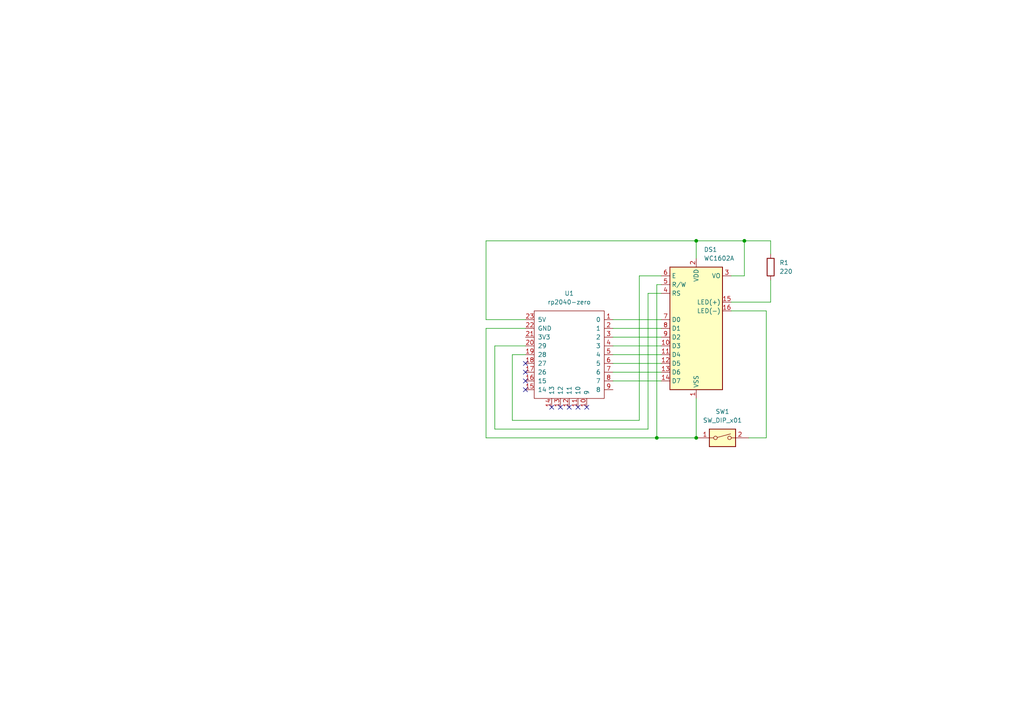
<source format=kicad_sch>
(kicad_sch (version 20231120) (generator "eeschema") (generator_version "8.0")
  (paper "A4")
  (lib_symbols
    (symbol "Device:R" (pin_numbers hide) (pin_names (offset 0))
      (property "Reference" "R" (at 2.032 0 90))
      (property "Value" "R" (at 0 0 90))
      (symbol "R_0_1"
        (rectangle (start -1.016 -2.54) (end 1.016 2.54) (stroke (width 0.254)))
      )
      (symbol "R_1_1"
        (pin passive line (at 0 3.81 270) (length 1.27) (name "~") (number "1"))
        (pin passive line (at 0 -3.81 90) (length 1.27) (name "~") (number "2"))
      )
    )
    (symbol "Display_Character:WC1602A"
      (property "Reference" "DS" (at -5.842 19.05 0))
      (property "Value" "WC1602A" (at 5.334 19.05 0))
      (symbol "WC1602A_1_1"
        (rectangle (start -7.62 17.78) (end 7.62 -17.78) (stroke (width 0.254)) (fill (type background)))
        (pin power_in line (at 0 -20.32 90) (length 2.54) (name "VSS") (number "1"))
        (pin input line (at -10.16 -5.08 0) (length 2.54) (name "D3") (number "10"))
        (pin input line (at -10.16 -7.62 0) (length 2.54) (name "D4") (number "11"))
        (pin input line (at -10.16 -10.16 0) (length 2.54) (name "D5") (number "12"))
        (pin input line (at -10.16 -12.7 0) (length 2.54) (name "D6") (number "13"))
        (pin input line (at -10.16 -15.24 0) (length 2.54) (name "D7") (number "14"))
        (pin power_in line (at 10.16 7.62 180) (length 2.54) (name "LED(+)") (number "15"))
        (pin power_in line (at 10.16 5.08 180) (length 2.54) (name "LED(-)") (number "16"))
        (pin power_in line (at 0 20.32 270) (length 2.54) (name "VDD") (number "2"))
        (pin input line (at 10.16 15.24 180) (length 2.54) (name "VO") (number "3"))
        (pin input line (at -10.16 10.16 0) (length 2.54) (name "RS") (number "4"))
        (pin input line (at -10.16 12.7 0) (length 2.54) (name "R/W") (number "5"))
        (pin input line (at -10.16 15.24 0) (length 2.54) (name "E") (number "6"))
        (pin input line (at -10.16 2.54 0) (length 2.54) (name "D0") (number "7"))
        (pin input line (at -10.16 0 0) (length 2.54) (name "D1") (number "8"))
        (pin input line (at -10.16 -2.54 0) (length 2.54) (name "D2") (number "9"))
      )
    )
    (symbol "Switch:SW_DIP_x01" (pin_names (offset 0) hide)
      (property "Reference" "SW" (at 0 3.81 0))
      (property "Value" "SW_DIP_x01" (at 0 -3.81 0))
      (symbol "SW_DIP_x01_0_0"
        (circle (center -2.032 0) (radius 0.508))
        (polyline (pts (xy -1.524 0.127) (xy 2.3622 1.1684)))
        (circle (center 2.032 0) (radius 0.508))
      )
      (symbol "SW_DIP_x01_0_1"
        (rectangle (start -3.81 2.54) (end 3.81 -2.54) (stroke (width 0.254)) (fill (type background)))
      )
      (symbol "SW_DIP_x01_1_1"
        (pin passive line (at -7.62 0 0) (length 5.08) (name "~") (number "1"))
        (pin passive line (at 7.62 0 180) (length 5.08) (name "~") (number "2"))
      )
    )
    (symbol "mcu:rp2040-zero" (pin_names (offset 1.016))
      (property "Reference" "U" (at 0 15.24 0))
      (property "Value" "rp2040-zero" (at 0 12.7 0))
      (symbol "rp2040-zero_0_1"
        (rectangle (start -10.16 11.43) (end 10.16 -13.97))
      )
      (symbol "rp2040-zero_1_1"
        (pin bidirectional line (at 12.7 8.89 180) (length 2.54) (name "0") (number "1"))
        (pin bidirectional line (at 5.08 -16.51 90) (length 2.54) (name "9") (number "10"))
        (pin bidirectional line (at 2.54 -16.51 90) (length 2.54) (name "10") (number "11"))
        (pin bidirectional line (at 0 -16.51 90) (length 2.54) (name "11") (number "12"))
        (pin bidirectional line (at -2.54 -16.51 90) (length 2.54) (name "12") (number "13"))
        (pin bidirectional line (at -5.08 -16.51 90) (length 2.54) (name "13") (number "14"))
        (pin bidirectional line (at -12.7 -11.43 0) (length 2.54) (name "14") (number "15"))
        (pin bidirectional line (at -12.7 -8.89 0) (length 2.54) (name "15") (number "16"))
        (pin bidirectional line (at -12.7 -6.35 0) (length 2.54) (name "26") (number "17"))
        (pin bidirectional line (at -12.7 -3.81 0) (length 2.54) (name "27") (number "18"))
        (pin bidirectional line (at -12.7 -1.27 0) (length 2.54) (name "28") (number "19"))
        (pin bidirectional line (at 12.7 6.35 180) (length 2.54) (name "1") (number "2"))
        (pin bidirectional line (at -12.7 1.27 0) (length 2.54) (name "29") (number "20"))
        (pin power_out line (at -12.7 3.81 0) (length 2.54) (name "3V3") (number "21"))
        (pin power_out line (at -12.7 6.35 0) (length 2.54) (name "GND") (number "22"))
        (pin power_out line (at -12.7 8.89 0) (length 2.54) (name "5V") (number "23"))
        (pin bidirectional line (at 12.7 3.81 180) (length 2.54) (name "2") (number "3"))
        (pin bidirectional line (at 12.7 1.27 180) (length 2.54) (name "3") (number "4"))
        (pin bidirectional line (at 12.7 -1.27 180) (length 2.54) (name "4") (number "5"))
        (pin bidirectional line (at 12.7 -3.81 180) (length 2.54) (name "5") (number "6"))
        (pin bidirectional line (at 12.7 -6.35 180) (length 2.54) (name "6") (number "7"))
        (pin bidirectional line (at 12.7 -8.89 180) (length 2.54) (name "7") (number "8"))
        (pin bidirectional line (at 12.7 -11.43 180) (length 2.54) (name "8") (number "9"))
      )
    )
  )
  (junction (at 215.9 69.85))
  (junction (at 201.93 69.85))
  (junction (at 190.5 127))
  (junction (at 201.93 127))
  (no_connect (at 152.4 110.49))
  (no_connect (at 162.56 118.11))
  (no_connect (at 152.4 107.95))
  (no_connect (at 152.4 113.03))
  (no_connect (at 152.4 105.41))
  (no_connect (at 160.02 118.11))
  (no_connect (at 165.1 118.11))
  (no_connect (at 170.18 118.11))
  (no_connect (at 167.64 118.11))
  (wire (pts (xy 187.96 124.46) (xy 187.96 85.09)))
  (wire (pts (xy 215.9 80.01) (xy 215.9 69.85)))
  (wire (pts (xy 152.4 92.71) (xy 140.97 92.71)))
  (wire (pts (xy 212.09 80.01) (xy 215.9 80.01)))
  (wire (pts (xy 191.77 82.55) (xy 190.5 82.55)))
  (wire (pts (xy 177.8 102.87) (xy 191.77 102.87)))
  (wire (pts (xy 152.4 100.33) (xy 143.51 100.33)))
  (wire (pts (xy 140.97 69.85) (xy 201.93 69.85)))
  (wire (pts (xy 223.52 69.85) (xy 223.52 73.66)))
  (wire (pts (xy 140.97 92.71) (xy 140.97 69.85)))
  (wire (pts (xy 217.17 127) (xy 222.25 127)))
  (wire (pts (xy 190.5 127) (xy 201.93 127)))
  (wire (pts (xy 212.09 87.63) (xy 223.52 87.63)))
  (wire (pts (xy 140.97 127) (xy 190.5 127)))
  (wire (pts (xy 143.51 124.46) (xy 187.96 124.46)))
  (wire (pts (xy 223.52 81.28) (xy 223.52 87.63)))
  (wire (pts (xy 201.93 69.85) (xy 201.93 74.93)))
  (wire (pts (xy 215.9 69.85) (xy 223.52 69.85)))
  (wire (pts (xy 185.42 121.92) (xy 148.59 121.92)))
  (wire (pts (xy 148.59 121.92) (xy 148.59 102.87)))
  (wire (pts (xy 212.09 90.17) (xy 222.25 90.17)))
  (wire (pts (xy 177.8 97.79) (xy 191.77 97.79)))
  (wire (pts (xy 143.51 100.33) (xy 143.51 124.46)))
  (wire (pts (xy 177.8 100.33) (xy 191.77 100.33)))
  (wire (pts (xy 187.96 85.09) (xy 191.77 85.09)))
  (wire (pts (xy 177.8 105.41) (xy 191.77 105.41)))
  (wire (pts (xy 177.8 107.95) (xy 191.77 107.95)))
  (wire (pts (xy 185.42 80.01) (xy 185.42 121.92)))
  (wire (pts (xy 140.97 95.25) (xy 140.97 127)))
  (wire (pts (xy 152.4 95.25) (xy 140.97 95.25)))
  (wire (pts (xy 201.93 69.85) (xy 215.9 69.85)))
  (wire (pts (xy 148.59 102.87) (xy 152.4 102.87)))
  (wire (pts (xy 185.42 80.01) (xy 191.77 80.01)))
  (wire (pts (xy 177.8 110.49) (xy 191.77 110.49)))
  (wire (pts (xy 222.25 90.17) (xy 222.25 127)))
  (wire (pts (xy 201.93 127) (xy 201.93 115.57)))
  (wire (pts (xy 177.8 95.25) (xy 191.77 95.25)))
  (wire (pts (xy 190.5 82.55) (xy 190.5 127)))
  (wire (pts (xy 177.8 92.71) (xy 191.77 92.71)))
  (symbol (lib_id "Display_Character:WC1602A") (at 201.93 95.25 0) (unit 1)
    (property "Reference" "DS1" (at 204.1241 72.39 0) (effects (justify left)))
    (property "Value" "WC1602A" (at 204.1241 74.93 0) (effects (justify left)))
    (property "Footprint" "Display:WC1602A" (effects (hide yes)))
    (property "Datasheet" "http://www.wincomlcd.com/pdf/WC1602A-SFYLYHTC06.pdf" (effects (hide yes)))
    (property "Description" "LCD 16x2 Alphanumeric , 8 bit parallel bus, 5V VDD" (effects (hide yes)))
  )
  (symbol (lib_id "mcu:rp2040-zero") (at 165.1 101.6 0) (unit 1)
    (property "Reference" "U1" (at 165.1 85.09 0))
    (property "Value" "rp2040-zero" (at 165.1 87.63 0))
  )
  (symbol (lib_id "Switch:SW_DIP_x01") (at 209.55 127 0) (unit 1)
    (property "Reference" "SW1" (at 209.55 119.38 0))
    (property "Value" "SW_DIP_x01" (at 209.55 121.92 0))
    (property "Description" "1x DIP Switch, Single Pole Single Throw (SPST) switch, small symbol" (effects (hide yes)))
  )
  (symbol (lib_id "Device:R") (at 223.52 77.47 0) (unit 1)
    (property "Reference" "R1" (at 226.06 76.1999 0) (effects (justify left)))
    (property "Value" "220" (at 226.06 78.7399 0) (effects (justify left)))
    (property "Description" "Resistor" (effects (hide yes)))
  )
)
</source>
